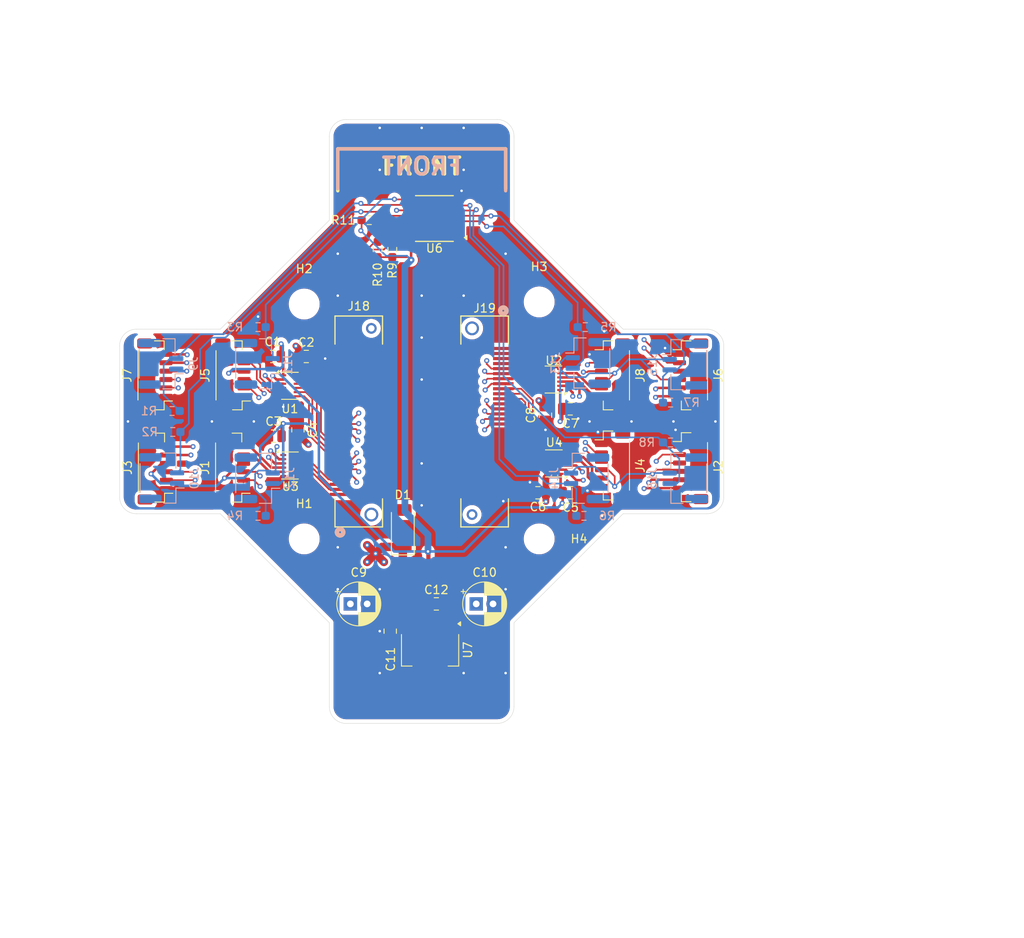
<source format=kicad_pcb>
(kicad_pcb (version 20240108) (generator "pcbnew") (generator_version "8.0")
  (layers (0 "F.Cu" signal) (1 "In1.Cu" signal) (2 "In2.Cu" signal) (31 "B.Cu" signal) (34 "B.Paste" user) (35 "F.Paste" user) (36 "B.SilkS" user "B.Silkscreen") (37 "F.SilkS" user "F.Silkscreen") (38 "B.Mask" user) (39 "F.Mask" user) (44 "Edge.Cuts" user))
  (net 0 "")
  (net 1 "GND")
  (net 2 "+3.3V")
  (net 3 "/MA_00")
  (net 4 "/EB_00")
  (net 5 "/MB_00")
  (net 6 "/EA_00")
  (net 7 "/EB_20")
  (net 8 "/MB_20")
  (net 9 "/MA_20")
  (net 10 "/EA_20")
  (net 11 "/MB_01")
  (net 12 "/EB_01")
  (net 13 "/MA_01")
  (net 14 "/EA_01")
  (net 15 "/EA_21")
  (net 16 "/MB_21")
  (net 17 "/EB_21")
  (net 18 "/MA_21")
  (net 19 "/EA_10")
  (net 20 "/EB_10")
  (net 21 "/MB_10")
  (net 22 "/MA_10")
  (net 23 "/MA_30")
  (net 24 "/EA_30")
  (net 25 "/MB_30")
  (net 26 "/EB_30")
  (net 27 "/EA_11")
  (net 28 "/EB_11")
  (net 29 "/MA_11")
  (net 30 "/MB_11")
  (net 31 "/EB_31")
  (net 32 "/MB_31")
  (net 33 "/MA_31")
  (net 34 "/EA_31")
  (net 35 "/SW_00")
  (net 36 "/SW_01")
  (net 37 "/SW_10")
  (net 38 "/SW_11")
  (net 39 "/SW_20")
  (net 40 "/SW_21")
  (net 41 "/SW_30")
  (net 42 "/SW_31")
  (net 43 "Net-(D1-A)")
  (net 44 "+12V")
  (net 45 "/SDA")
  (net 46 "/SCL")
  (net 47 "Net-(U6-NINT)")
  (net 48 "/INA_01")
  (net 49 "/INA_00")
  (net 50 "/INB_00")
  (net 51 "/INB_01")
  (net 52 "/INA_21")
  (net 53 "/INB_20")
  (net 54 "/INA_20")
  (net 55 "/INB_21")
  (net 56 "/INB_11")
  (net 57 "/INA_11")
  (net 58 "/INB_10")
  (net 59 "/INA_10")
  (net 60 "/INA_30")
  (net 61 "/INB_31")
  (net 62 "/INB_30")
  (net 63 "/INA_31")
  (footprint "MountingHole:MountingHole_3.2mm_M3" (layer "F.Cu") (at 72 102)
    (property "Reference" "H1")
    (property "Value" "MountingHole")
  )
  (footprint "Capacitor_THT:CP_Radial_D5.0mm_P2.00mm" (layer "F.Cu") (at 92.5 109.75)
    (property "Reference" "C10")
    (property "Value" "22 uF")
  )
  (footprint "Connector_JST:JST_SH_BM06B-SRSS-TB_1x06-1MP_P1.00mm_Vertical" (layer "F.Cu") (at 54.25 93.5 90)
    (property "Reference" "J3")
    (property "Value" "Conn_01x06")
  )
  (footprint "FX8C-60P-SV4:CONN_P-SV491" (layer "F.Cu") (at 93.5 88 -90)
    (property "Reference" "J19")
    (property "Value" "FX8C-60P-SV491")
  )
  (footprint "Capacitor_SMD:C_0805_2012Metric" (layer "F.Cu") (at 72.25 80.25)
    (property "Reference" "C2")
    (property "Value" "0.1uF")
  )
  (footprint "Capacitor_SMD:C_0805_2012Metric" (layer "F.Cu") (at 82.25 113 -90)
    (property "Reference" "C11")
    (property "Value" "100nF")
  )
  (footprint "Connector_JST:JST_SH_BM06B-SRSS-TB_1x06-1MP_P1.00mm_Vertical" (layer "F.Cu") (at 118.05 93.45 -90)
    (property "Reference" "J2")
    (property "Value" "Conn_01x06")
  )
  (footprint "Connector_JST:JST_SH_BM06B-SRSS-TB_1x06-1MP_P1.00mm_Vertical" (layer "F.Cu") (at 63.45 93.5 90)
    (property "Reference" "J1")
    (property "Value" "Conn_01x06")
  )
  (footprint "MountingHole:MountingHole_3.2mm_M3" (layer "F.Cu") (at 100 102)
    (property "Reference" "H4")
    (property "Value" "MountingHole")
  )
  (footprint "FX8C-60P-SV4:CONN_P-SV491" (layer "F.Cu") (at 78.5 88 90)
    (property "Reference" "J18")
    (property "Value" "FX8C-60P-SV491")
  )
  (footprint "Package_DFN_QFN:TDFN-12_2x3mm_P0.5mm" (layer "F.Cu") (at 101.7 83 180)
    (property "Reference" "U2")
    (property "Value" "~")
  )
  (footprint "Capacitor_SMD:C_0805_2012Metric" (layer "F.Cu") (at 103.7 86.5)
    (property "Reference" "C7")
    (property "Value" "0.1uF")
  )
  (footprint "Connector_JST:JST_SH_BM06B-SRSS-TB_1x06-1MP_P1.00mm_Vertical" (layer "F.Cu") (at 63.5 82.5 90)
    (property "Reference" "J5")
    (property "Value" "Conn_01x06")
  )
  (footprint "Package_TO_SOT_SMD:SOT-223-3_TabPin2" (layer "F.Cu") (at 87 115.25 -90)
    (property "Reference" "U7")
    (property "Value" "LD1117S33TR_SOT223")
  )
  (footprint "Package_DFN_QFN:TDFN-12_2x3mm_P0.5mm" (layer "F.Cu") (at 70.3 93.25)
    (property "Reference" "U3")
    (property "Value" "~")
  )
  (footprint "MountingHole:MountingHole_3.2mm_M3" (layer "F.Cu") (at 100 73.75)
    (property "Reference" "H3")
    (property "Value" "MountingHole")
  )
  (footprint "Connector_JST:JST_SH_BM06B-SRSS-TB_1x06-1MP_P1.00mm_Vertical" (layer "F.Cu") (at 108.75 82.5 -90)
    (property "Reference" "J8")
    (property "Value" "Conn_01x06")
  )
  (footprint "Resistor_SMD:R_0603_1608Metric_Pad0.98x0.95mm_HandSolder" (layer "F.Cu") (at 82.5 67.5 90)
    (property "Reference" "R9")
    (property "Value" "2.2k")
  )
  (footprint "Capacitor_SMD:C_0805_2012Metric" (layer "F.Cu") (at 87.75 109.75)
    (property "Reference" "C12")
    (property "Value" "10uF")
  )
  (footprint "Capacitor_SMD:C_0805_2012Metric" (layer "F.Cu") (at 103.75 96.5)
    (property "Reference" "C5")
    (property "Value" "0.1uF")
  )
  (footprint "Package_DFN_QFN:TDFN-12_2x3mm_P0.5mm" (layer "F.Cu") (at 101.75 93 180)
    (property "Reference" "U4")
    (property "Value" "~")
  )
  (footprint "Package_DFN_QFN:TDFN-12_2x3mm_P0.5mm" (layer "F.Cu") (at 70.3 83.75)
    (property "Reference" "U1")
    (property "Value" "~")
  )
  (footprint "Capacitor_SMD:C_0805_2012Metric" (layer "F.Cu") (at 100.75 87.25 -90)
    (property "Reference" "C8")
    (property "Value" "0.1uF")
  )
  (footprint "Diode_SMD:D_SOD-128" (layer "F.Cu") (at 83.75 100.75 90)
    (property "Reference" "D1")
    (property "Value" "D")
  )
  (footprint "Resistor_SMD:R_0603_1608Metric_Pad0.98x0.95mm_HandSolder" (layer "F.Cu") (at 80.75 67.5 90)
    (property "Reference" "R10")
    (property "Value" "2.2k")
  )
  (footprint "Package_SO:TSSOP-16-1EP_4.4x5mm_P0.65mm" (layer "F.Cu") (at 87.515 63.8025 180)
    (property "Reference" "U6")
    (property "Value" "~")
  )
  (footprint "Connector_JST:JST_SH_BM06B-SRSS-TB_1x06-1MP_P1.00mm_Vertical" (layer "F.Cu") (at 108.75 93.25 -90)
    (property "Reference" "J4")
    (property "Value" "Conn_01x06")
  )
  (footprint "MountingHole:MountingHole_3.2mm_M3" (layer "F.Cu") (at 72 74)
    (property "Reference" "H2")
    (property "Value" "MountingHole")
  )
  (footprint "Connector_JST:JST_SH_BM06B-SRSS-TB_1x06-1MP_P1.00mm_Vertical" (layer "F.Cu") (at 54.2 82.5 90)
    (property "Reference" "J7")
    (property "Value" "Conn_01x06")
  )
  (footprint "Capacitor_SMD:C_0805_2012Metric" (layer "F.Cu") (at 99.85 96.5 180)
    (property "Reference" "C6")
    (property "Value" "0.1uF")
  )
  (footprint "Capacitor_THT:CP_Radial_D5.0mm_P2.00mm" (layer "F.Cu") (at 77.5 109.75)
    (property "Reference" "C9")
    (property "Value" "22 uF")
  )
  (footprint "Capacitor_SMD:C_0805_2012Metric" (layer "F.Cu") (at 68.35 89.75 180)
    (property "Reference" "C3")
    (property "Value" "0.1uF")
  )
  (footprint "Connector_JST:JST_SH_BM06B-SRSS-TB_1x06-1MP_P1.00mm_Vertical" (layer "F.Cu") (at 118.05 82.5 -90)
    (property "Reference" "J6")
    (property "Value" "Conn_01x06")
  )
  (footprint "Resistor_SMD:R_0603_1608Metric_Pad0.98x0.95mm_HandSolder" (layer "F.Cu") (at 79.75 64)
    (property "Reference" "R11")
    (property "Value" "2.2k")
  )
  (footprint "Capacitor_SMD:C_0805_2012Metric" (layer "F.Cu") (at 68.25 80.25 180)
    (property "Reference" "C1")
    (property "Value" "0.1uF")
  )
  (footprint "Capacitor_SMD:C_0805_2012Metric" (layer "F.Cu") (at 71.25 89 90)
    (property "Reference" "C4")
    (property "Value" "0.1uF")
  )
  (footprint "Connector_JST:JST_GH_SM02B-GHS-TB_1x02-1MP_P1.25mm_Horizontal" (layer "B.Cu") (at 54.9 81.125 90)
    (property "Reference" "J9")
    (property "Value" "Conn_01x02")
  )
  (footprint "Connector_JST:JST_GH_SM02B-GHS-TB_1x02-1MP_P1.25mm_Horizontal" (layer "B.Cu") (at 66.4 81.125 90)
    (property "Reference" "J11")
    (property "Value" "Conn_01x02")
  )
  (footprint "Connector_JST:JST_GH_SM02B-GHS-TB_1x02-1MP_P1.25mm_Horizontal" (layer "B.Cu") (at 105.85 81.025 -90)
    (property "Reference" "J13")
    (property "Value" "Conn_01x02")
  )
  (footprint "Resistor_SMD:R_0603_1608Metric_Pad0.98x0.95mm_HandSolder" (layer "B.Cu") (at 66.5 76.75 180)
    (property "Reference" "R3")
    (property "Value" "10k")
  )
  (footprint "Connector_JST:JST_GH_SM02B-GHS-TB_1x02-1MP_P1.25mm_Horizontal" (layer "B.Cu") (at 55 94.75 90)
    (property "Reference" "J10")
    (property "Value" "Conn_01x02")
  )
  (footprint "Resistor_SMD:R_0603_1608Metric_Pad0.98x0.95mm_HandSolder" (layer "B.Cu") (at 105.3375 99.25)
    (property "Reference" "R6")
    (property "Value" "10k")
  )
  (footprint "Resistor_SMD:R_0603_1608Metric_Pad0.98x0.95mm_HandSolder" (layer "B.Cu") (at 56.3375 89.25 180)
    (property "Reference" "R2")
    (property "Value" "10k")
  )
  (footprint "Connector_JST:JST_GH_SM02B-GHS-TB_1x02-1MP_P1.25mm_Horizontal" (layer "B.Cu") (at 105.65 94.775 -90)
    (property "Reference" "J14")
    (property "Value" "Conn_01x02")
  )
  (footprint "Connector_JST:JST_GH_SM02B-GHS-TB_1x02-1MP_P1.25mm_Horizontal" (layer "B.Cu") (at 66.4 94.775 90)
    (property "Reference" "J12")
    (property "Value" "Conn_01x02")
  )
  (footprint "Resistor_SMD:R_0603_1608Metric_Pad0.98x0.95mm_HandSolder" (layer "B.Cu") (at 115.6625 90.5)
    (property "Reference" "R8")
    (property "Value" "10k")
  )
  (footprint "Connector_JST:JST_GH_SM02B-GHS-TB_1x02-1MP_P1.25mm_Horizontal" (layer "B.Cu") (at 117.4 94.775 -90)
    (property "Reference" "J16")
    (property "Value" "Conn_01x02")
  )
  (footprint "Resistor_SMD:R_0603_1608Metric_Pad0.98x0.95mm_HandSolder" (layer "B.Cu") (at 56.25 86.75 180)
    (property "Reference" "R1")
    (property "Value" "10k")
  )
  (footprint "Resistor_SMD:R_0603_1608Metric_Pad0.98x0.95mm_HandSolder" (layer "B.Cu") (at 115.6625 85.75)
    (property "Reference" "R7")
    (property "Value" "10k")
  )
  (footprint "Resistor_SMD:R_0603_1608Metric_Pad0.98x0.95mm_HandSolder" (layer "B.Cu") (at 105.5 76.75)
    (property "Reference" "R5")
    (property "Value" "10k")
  )
  (footprint "Resistor_SMD:R_0603_1608Metric_Pad0.98x0.95mm_HandSolder" (layer "B.Cu") (at 66.5 99.25 180)
    (property "Reference" "R4")
    (property "Value" "10k")
  )
  (footprint "Connector_JST:JST_GH_SM02B-GHS-TB_1x02-1MP_P1.25mm_Horizontal" (layer "B.Cu") (at 117.4 81.225 -90)
    (property "Reference" "J15")
    (property "Value" "Conn_01x02")
  )
  (gr_line (start 96 60.5) (end 96 55.5) (stroke (width 0.4)) (layer "B.SilkS"))
  (gr_line (start 76 55.5) (end 96 55.5) (stroke (width 0.4)) (layer "B.SilkS"))
  (gr_line (start 76 55.5) (end 76 60.25) (stroke (width 0.4)) (layer "B.SilkS"))
  (gr_line (start 76 60.5) (end 76 55.5) (stroke (width 0.4)) (layer "F.SilkS"))
  (gr_line (start 96 55.5) (end 96 60.25) (stroke (width 0.4)) (layer "F.SilkS"))
  (gr_line (start 96 55.5) (end 76 55.5) (stroke (width 0.4)) (layer "F.SilkS"))
  (gr_line (start 52 99) (end 62 99) (stroke (width 0.05)) (layer "Edge.Cuts"))
  (gr_arc (start 50 79) (mid 50.585786 77.585786) (end 52 77) (stroke (width 0.05)) (layer "Edge.Cuts"))
  (gr_line (start 97 54) (end 97 64) (stroke (width 0.05)) (layer "Edge.Cuts"))
  (gr_line (start 52 77) (end 62 77) (stroke (width 0.05)) (layer "Edge.Cuts"))
  (gr_line (start 62 99) (end 75 112) (stroke (width 0.05)) (layer "Edge.Cuts"))
  (gr_arc (start 97 122) (mid 96.414214 123.414214) (end 95 124) (stroke (width 0.05)) (layer "Edge.Cuts"))
  (gr_line (start 75 54) (end 75 64) (stroke (width 0.05)) (layer "Edge.Cuts"))
  (gr_line (start 122 79) (end 122 97) (stroke (width 0.05)) (layer "Edge.Cuts"))
  (gr_line (start 75 122) (end 75 112) (stroke (width 0.05)) (layer "Edge.Cuts"))
  (gr_arc (start 77 124) (mid 75.585786 123.414214) (end 75 122) (stroke (width 0.05)) (layer "Edge.Cuts"))
  (gr_arc (start 75 54) (mid 75.585786 52.585786) (end 77 52) (stroke (width 0.05)) (layer "Edge.Cuts"))
  (gr_line (start 75 64) (end 62 77) (stroke (width 0.05)) (layer "Edge.Cuts"))
  (gr_line (start 120 77) (end 110 77) (stroke (width 0.05)) (layer "Edge.Cuts"))
  (gr_arc (start 52 99) (mid 50.585786 98.414214) (end 50 97) (stroke (width 0.05)) (layer "Edge.Cuts"))
  (gr_line (start 77 124) (end 95 124) (stroke (width 0.05)) (layer "Edge.Cuts"))
  (gr_arc (start 122 97) (mid 121.414214 98.414214) (end 120 99) (stroke (width 0.05)) (layer "Edge.Cuts"))
  (gr_line (start 120 99) (end 110 99) (stroke (width 0.05)) (layer "Edge.Cuts"))
  (gr_line (start 50 79) (end 50 97) (stroke (width 0.05)) (layer "Edge.Cuts"))
  (gr_line (start 77 52) (end 95 52) (stroke (width 0.05)) (layer "Edge.Cuts"))
  (gr_arc (start 120 77) (mid 121.414214 77.585786) (end 122 79) (stroke (width 0.05)) (layer "Edge.Cuts"))
  (gr_line (start 97 122) (end 97 112) (stroke (width 0.05)) (layer "Edge.Cuts"))
  (gr_arc (start 95 52) (mid 96.414214 52.585786) (end 97 54) (stroke (width 0.05)) (layer "Edge.Cuts"))
  (gr_line (start 97 112) (end 110 99) (stroke (width 0.05)) (layer "Edge.Cuts"))
  (gr_line (start 110 77) (end 97 64) (stroke (width 0.05)) (layer "Edge.Cuts"))
  (gr_text "FRONT" (at 86 58.75 -0) (layer "B.SilkS") (effects (font (size 2 2) (thickness 0.4) (bold yes)) (justify bottom mirror)))
  (gr_text "FRONT" (at 86 58.75 0) (layer "F.SilkS") (effects (font (size 2 2) (thickness 0.4) (bold yes)) (justify bottom)))
  (segment (start 107.425 80) (end 106 80) (width 0.2) (layer "F.Cu") (net 1))
  (segment (start 105.75 96.25) (end 105.5 96.5) (width 0.2) (layer "F.Cu") (net 1))
  (segment (start 69.5 94.5) (end 69.5 94.75) (width 0.3) (layer "F.Cu") (net 1))
  (segment (start 115.75 80) (end 115 79.25) (width 0.2) (layer "F.Cu") (net 1))
  (segment (start 100.75 88.2) (end 100.75 89) (width 0.2) (layer "F.Cu") (net 1))
  (segment (start 69.806305 95.612933) (end 69.5 95.306628) (width 1) (layer "F.Cu") (net 1))
  (segment (start 102.15 80.15) (end 102.5 80.5) (width 1) (layer "F.Cu") (net 1))
  (segment (start 102.5 81.75) (end 102.5 81.5) (width 0.3) (layer "F.Cu") (net 1))
  (segment (start 69.5 85) (end 69.5 85.25) (width 0.3) (layer "F.Cu") (net 1))
  (segment (start 104.65 86.5) (end 104.65 87.65) (width 0.2) (layer "F.Cu") (net 1))
  (segment (start 105.5 96.5) (end 104.7 96.5) (width 0.2) (layer "F.Cu") (net 1))
  (segment (start 116.725 90.95) (end 116.25 90.475) (width 0.2) (layer "F.Cu") (net 1))
  (segment (start 95.724999 88.900002) (end 95.724999 96.700001) (width 0.2) (layer "F.Cu") (net 1))
  (segment (start 102.55 91.3) (end 102.5 91.25) (width 0.3) (layer "F.Cu") (net 1))
  (segment (start 69.5 86.25) (end 69.5 85.325) (width 1) (layer "F.Cu") (net 1))
  (segment (start 102 80.15) (end 102.15 80.15) (width 1) (layer "F.Cu") (net 1))
  (segment (start 107 90.325) (end 107 89.25) (width 0.2) (layer "F.Cu") (net 1))
  (segment (start 95.724999 97.5) (end 95.724999 96.700001) (width 0.2) (layer "F.Cu") (net 1))
  (segment (start 76.275001 87.099998) (end 76.275001 80.499999) (width 0.2) (layer "F.Cu") (net 1))
  (segment (start 116.725 80) (end 115.75 80) (width 0.2) (layer "F.Cu") (net 1))
  (segment (start 116.25 90.475) (end 116.25 89) (width 0.2) (layer "F.Cu") (net 1))
  (segment (start 74.500001 80.499999) (end 76.275001 80.499999) (width 0.2) (layer "F.Cu") (net 1))
  (segment (start 90.29 61.5275) (end 90.29 60.96) (width 0.2) (layer "F.Cu") (net 1))
  (segment (start 102.5 80.5) (end 102.5 81.4) (width 1) (layer "F.Cu") (net 1))
  (segment (start 107.425 90.75) (end 107 90.325) (width 0.2) (layer "F.Cu") (net 1))
  (segment (start 102.375 91.125) (end 102.55 91.3) (width 1) (layer "F.Cu") (net 1))
  (segment (start 102.375 90.65) (end 102.375 91.125) (width 1) (layer "F.Cu") (net 1))
  (segment (start 98.9 95.25) (end 98.9 96.5) (width 0.2) (layer "F.Cu") (net 1))
  (segment (start 69.5 95.306628) (end 69.5 94.85) (width 1) (layer "F.Cu") (net 1))
  (segment (start 102.55 91.75) (end 102.55 91.3) (width 0.3) (layer "F.Cu") (net 1))
  (segment (start 74.5 80.5) (end 74.500001 80.499999) (width 0.2) (layer "F.Cu") (net 1))
  (segment (start 90.29 60.96) (end 90.75 60.5) (width 0.2) (layer "F.Cu") (net 1))
  (via (at 51 88) (size 0.6) (drill 0.3) (layers "F.Cu" "B.Cu") (net 1))
  (via (at 86 53) (size 0.6) (drill 0.3) (layers "F.Cu" "B.Cu") (net 1))
  (via (at 91 118) (size 0.6) (drill 0.3) (layers "F.Cu" "B.Cu") (net 1))
  (via (at 69.5 86.25) (size 0.6) (drill 0.3) (layers "F.Cu" "B.Cu") (net 1))
  (via (at 107.75 77.25) (size 0.6) (drill 0.3) (layers "F.Cu" "B.Cu") (net 1))
  (via (at 116 88) (size 0.6) (drill 0.3) (layers "F.Cu" "B.Cu") (net 1))
  (via (at 95.724999 97.5) (size 0.6) (drill 0.3) (layers "F.Cu" "B.Cu") (net 1))
  (via (at 86 93) (size 0.6) (drill 0.3) (layers "F.Cu" "B.Cu") (net 1))
  (via (at 98.9 95.25) (size 0.6) (drill 0.3) (layers "F.Cu" "B.Cu") (net 1))
  (via (at 76 73) (size 0.6) (drill 0.3) (layers "F.Cu" "B.Cu") (net 1))
  (via (at 96 68) (size 0.6) (drill 0.3) (layers "F.Cu" "B.Cu") (net 1))
  (via (at 91 58) (size 0.6) (drill 0.3) (layers "F.Cu" "B.Cu") (net 1))
  (via (at 86 78) (size 0.6) (drill 0.3) (layers "F.Cu" "B.Cu") (net 1))
  (via (at 86 98) (size 0.6) (drill 0.3) (layers "F.Cu" "B.Cu") (net 1))
  (via (at 105.75 96.25) (size 0.6) (drill 0.3) (layers "F.Cu" "B.Cu") (net 1))
  (via (at 76 103) (size 0.6) (drill 0.3) (layers "F.Cu" "B.Cu") (net 1))
  (via (at 111 88) (size 0.6) (drill 0.3) (layers "F.Cu" "B.Cu") (net 1))
  (via (at 107 89.25) (size 0.6) (drill 0.3) (layers "F.Cu" "B.Cu") (net 1))
  (via (at 69.806305 95.612933) (size 0.6) (drill 0.3) (layers "F.Cu" "B.Cu") (net 1))
  (via (at 66.5 75.5) (size 0.6) (drill 0.3) (layers "F.Cu" "B.Cu") (net 1))
  (via (at 81 118) (size 0.6) (drill 0.3) (layers "F.Cu" "B.Cu") (net 1))
  (via (at 66 88) (size 0.6) (drill 0.3) (layers "F.Cu" "B.Cu") (net 1))
  (via (at 96 103) (size 0.6) (drill 0.3) (layers "F.Cu" "B.Cu") (net 1))
  (via (at 76 68) (size 0.6) (drill 0.3) (layers "F.Cu" "B.Cu") (net 1))
  (via (at 115 79.25) (size 0.6) (drill 0.3) (layers "F.Cu" "B.Cu") (net 1))
  (via (at 121 88) (size 0.6) (drill 0.3) (layers "F.Cu" "B.Cu") (net 1))
  (via (at 81 53) (size 0.6) (drill 0.3) (layers "F.Cu" "B.Cu") (net 1))
  (via (at 91 73) (size 0.6) (drill 0.3) (layers "F.Cu" "B.Cu") (net 1))
  (via (at 102.375 90.65) (size 0.6) (drill 0.3) (layers "F.Cu" "B.Cu") (net 1))
  (via (at 81 58) (size 0.6) (drill 0.3) (layers "F.Cu" "B.Cu") (net 1))
  (via (at 81 113) (size 0.6) (drill 0.3) (layers "F.Cu" "B.Cu") (net 1))
  (via (at 86 73) (size 0.6) (drill 0.3) (layers "F.Cu" "B.Cu") (net 1))
  (via (at 74.5 80.5) (size 0.6) (drill 0.3) (layers "F.Cu" "B.Cu") (net 1))
  (via (at 106 80) (size 0.6) (drill 0.3) (layers "F.Cu" "B.Cu") (net 1))
  (via (at 81 108) (size 0.6) (drill 0.3) (layers "F.Cu" "B.Cu") (net 1))
  (via (at 96 108) (size 0.6) (drill 0.3) (layers "F.Cu" "B.Cu") (net 1))
  (via (at 106 88) (size 0.6) (drill 0.3) (layers "F.Cu" "B.Cu") (net 1))
  (via (at 90.75 60.5) (size 0.6) (drill 0.3) (layers "F.Cu" "B.Cu") (net 1))
  (via (at 61 88) (size 0.6) (drill 0.3) (layers "F.Cu" "B.Cu") (net 1))
  (via (at 104.65 87.65) (size 0.6) (drill 0.3) (layers "F.Cu" "B.Cu") (net 1))
  (via (at 86 83) (size 0.6) (drill 0.3) (layers "F.Cu" "B.Cu") (net 1))
  (via (at 86 58) (size 0.6) (drill 0.3) (layers "F.Cu" "B.Cu") (net 1))
  (via (at 107.5 99.25) (size 0.6) (drill 0.3) (layers "F.Cu" "B.Cu") (net 1))
  (via (at 91 53) (size 0.6) (drill 0.3) (layers "F.Cu" "B.Cu") (net 1))
  (via (at 102 80.15) (size 0.6) (drill 0.3) (layers "F.Cu" "B.Cu") (net 1))
  (via (at 76 108) (size 0.6) (drill 0.3) (layers "F.Cu" "B.Cu") (net 1))
  (via (at 116.25 89) (size 0.6) (drill 0.3) (layers "F.Cu" "B.Cu") (net 1))
  (via (at 96 118) (size 0.6) (drill 0.3) (layers "F.Cu" "B.Cu") (net 1))
  (via (at 100.75 89) (size 0.6) (drill 0.3) (layers "F.Cu" "B.Cu") (net 1))
  (segment (start 65.5875 76.4125) (end 66.5 75.5) (width 0.2) (layer "B.Cu") (net 1))
  (segment (start 106.25 99.25) (end 107.5 99.25) (width 0.2) (layer "B.Cu") (net 1))
  (segment (start 107.25 76.75) (end 107.75 77.25) (width 0.2) (layer "B.Cu") (net 1))
  (segment (start 106.4125 76.75) (end 107.25 76.75) (width 0.2) (layer "B.Cu") (net 1))
  (segment (start 65.5875 76.75) (end 65.5875 76.4125) (width 0.2) (layer "B.Cu") (net 1))
  (segment (start 87 109.95) (end 86.8 109.75) (width 0.5) (layer "F.Cu") (net 2))
  (segment (start 63.25 82) (end 63 82.25) (width 0.3) (layer "F.Cu") (net 2))
  (segment (start 69.5 80.55) (end 69.2 80.25) (width 0.3) (layer "F.Cu") (net 2))
  (segment (start 113.5 94.25) (end 114 93.75) (width 0.2) (layer "F.Cu") (net 2))
  (segment (start 116.525 93.75) (end 116.725 93.95) (width 0.2) (layer "F.Cu") (net 2))
  (segment (start 86.75 103.5) (end 86.8 103.55) (width 0.5) (layer "F.Cu") (net 2))
  (segment (start 107.425 83) (end 108.25 83) (width 0.2) (layer "F.Cu") (net 2))
  (segment (start 84.4125 68.4125) (end 84.75 68.75) (width 0.2) (layer "F.Cu") (net 2))
  (segment (start 69.3 89.75) (end 69.3 88.45) (width 0.3) (layer "F.Cu") (net 2))
  (segment (start 87 118.4) (end 87 112.1) (width 0.5) (layer "F.Cu") (net 2))
  (segment (start 109 94.550001) (end 109 95.75) (width 0.2) (layer "F.Cu") (net 2))
  (segment (start 86.8 103.55) (end 86.8 109.75) (width 0.5) (layer "F.Cu") (net 2))
  (segment (start 102.8 96.5) (end 102.8 97.7) (width 0.3) (layer "F.Cu") (net 2))
  (segment (start 55 93) (end 53.75 94.25) (width 0.3) (layer "F.Cu") (net 2))
  (segment (start 69.5 82.5) (end 69.5 80.55) (width 0.3) (layer "F.Cu") (net 2))
  (segment (start 84.74 66.0775) (end 84.74 68.74) (width 0.3) (layer "F.Cu") (net 2))
  (segment (start 69.5 89.95) (end 69.3 89.75) (width 0.3) (layer "F.Cu") (net 2))
  (segment (start 102.75 87.75) (end 102.5 88) (width 0.3) (layer "F.Cu") (net 2))
  (segment (start 102.55 96.25) (end 102.8 96.5) (width 0.3) (layer "F.Cu") (net 2))
  (segment (start 102.8 97.7) (end 102.75 97.75) (width 0.3) (layer "F.Cu") (net 2))
  (segment (start 102.5 86.25) (end 102.75 86.5) (width 0.3) (layer "F.Cu") (net 2))
  (segment (start 114 93.75) (end 116.525 93.75) (width 0.2) (layer "F.Cu") (net 2))
  (segment (start 87 112.1) (end 87 109.95) (width 0.5) (layer "F.Cu") (net 2))
  (segment (start 69.5 92) (end 69.5 89.95) (width 0.3) (layer "F.Cu") (net 2))
  (segment (start 64.775 93) (end 64.288738 93) (width 0.3) (layer "F.Cu") (net 2))
  (segment (start 69.5 88.25) (end 69.3 88.45) (width 0.3) (layer "F.Cu") (net 2))
  (segment (start 62.5 94.75) (end 62.538738 94.75) (width 0.3) (layer "F.Cu") (net 2))
  (segment (start 108.25 83) (end 109 82.25) (width 0.2) (layer "F.Cu") (net 2))
  (segment (start 102.55 94.25) (end 102.55 96.25) (width 0.3) (layer "F.Cu") (net 2))
  (segment (start 58 82) (end 55.525 82) (width 0.3) (layer "F.Cu") (net 2))
  (segment (start 102.75 86.5) (end 102.75 87.75) (width 0.3) (layer "F.Cu") (net 2))
  (segment (start 82.5 68.4125) (end 84.4125 68.4125) (width 0.2) (layer "F.Cu") (net 2))
  (segment (start 116.725 83) (end 114.5 83) (width 0.2) (layer "F.Cu") (net 2))
  (segment (start 114.5 83) (end 113.75 82.25) (width 0.2) (layer "F.Cu") (net 2))
  (segment (start 80.75 68.4125) (end 82.5 68.4125) (width 0.2) (layer "F.Cu") (net 2))
  (segment (start 55.575 93) (end 55 93) (width 0.3) (layer "F.Cu") (net 2))
  (segment (start 64.288738 93) (end 62.538738 94.75) (width 0.3) (layer "F.Cu") (net 2))
  (segment (start 107.425 93.75) (end 108.199999 93.75) (width 0.2) (layer "F.Cu") (net 2))
  (segment (start 64.825 82) (end 63.25 82) (width 0.3) (layer "F.Cu") (net 2))
  (segment (start 69.2 80.25) (end 69.2 78.8) (width 0.3) (layer "F.Cu") (net 2))
  (segment (start 69.2 78.8) (end 69.25 78.75) (width 0.3) (layer "F.Cu") (net 2))
  (segment (start 78.8375 65.1625) (end 78.75 65.25) (width 0.2) (layer "F.Cu") (net 2))
  (segment (start 108.199999 93.75) (end 109 94.550001) (width 0.2) (layer "F.Cu") (net 2))
  (segment (start 78.8375 64) (end 78.8375 65.1625) (width 0.2) (layer "F.Cu") (net 2))
  (segment (start 84.74 68.74) (end 84.75 68.75) (width 0.3) (layer "F.Cu") (net 2))
  (segment (start 102.5 84.25) (end 102.5 86.25) (width 0.3) (layer "F.Cu") (net 2))
  (via (at 109 95.75) (size 0.6) (drill 0.3) (layers "F.Cu" "B.Cu") (net 2))
  (via (at 102.75 97.75) (size 0.6) (drill 0.3) (layers "F.Cu" "B.Cu") (net 2))
  (via (at 63 82.25) (size 0.6) (drill 0.3) (layers "F.Cu" "B.Cu") (net 2))
  (via (at 86.75 103.5) (size 0.6) (drill 0.3) (layers "F.Cu" "B.Cu") (net 2))
  (via (at 109 82.25) (size 0.6) (drill 0.3) (layers "F.Cu" "B.Cu") (net 2))
  (via (at 113.5 94.25) (size 0.6) (drill 0.3) (layers "F.Cu" "B.Cu") (net 2))
  (via (at 53.75 94.25) (size 0.6) (drill 0.3) (layers "F.Cu" "B.Cu") (net 2))
  (via (at 102.5 88) (size 0.6) (drill 0.3) (layers "F.Cu" "B.Cu") (net 2))
  (via (at 69.5 88.25) (size 0.6) (drill 0.3) (layers "F.Cu" "B.Cu") (net 2))
  (via (at 69.25 78.75) (size 0.6) (drill 0.3) (layers "F.Cu" "B.Cu") (net 2))
  (via (at 113.75 82.25) (size 0.6) (drill 0.3) (layers "F.Cu" "B.Cu") (net 2))
  (via (at 62.5 94.75) (size 0.6) (drill 0.3) (layers "F.Cu" "B.Cu") (net 2))
  (via (at 84.75 68.75) (size 0.6) (drill 0.3) (layers "F.Cu" "B.Cu") (net 2))
  (via (at 58 82) (size 0.6) (drill 0.3) (layers "F.Cu" "B.Cu") (net 2))
  (via (at 78.75 65.25) (size 0.6) (drill 0.3) (layers "F.Cu" "B.Cu") (net 2))
  (segment (start 102.5 81.75) (end 102.5 88) (width 0.2) (layer "B.Cu") (net 2))
  (segment (start 91 103.5) (end 96.25 98.25) (width 0.3) (layer "B.Cu") (net 2))
  (segment (start 96.25 98.25) (end 102.25 98.25) (width 0.3) (layer "B.Cu") (net 2))
  (segment (start 106.657224 93.407224) (end 109 95.75) (width 0.2) (layer "B.Cu") (net 2))
  (segment (start 63.5 81.75) (end 68.25 81.75) (width 0.3) (layer "B.Cu") (net 2))
  (segment (start 72.25 88.25) (end 73.75 89.75) (width 0.3) (layer "B.Cu") (net 2))
  (segment (start 86.75 103.5) (end 91 103.5) (width 0.3) (layer "B.Cu") (net 2))
  (segment (start 113.5 94.25) (end 113.6 94.15) (width 0.2) (layer "B.Cu") (net 2))
  (segment (start 68.5 81.75) (end 73.75 87) (width 0.3) (layer "B.Cu") (net 2))
  (segment (start 102.5 81.75) (end 103.463531 82.713531) (width 0.2) (layer "B.Cu") (net 2))
  (segment (start 105.983442 82.25) (end 109 82.25) (width 0.2) (layer "B.Cu") (net 2))
  (segment (start 113.5 94.25) (end 110.5 94.25) (width 0.2) (layer "B.Cu") (net 2))
  (segment (start 84 69.5) (end 84.75 68.75) (width 0.8) (layer "B.Cu") (net 2))
  (segment (start 68.25 95.4) (end 69.099999 95.4) (width 0.3) (layer "B.Cu") (net 2))
  (segment (start 113.75 82.25) (end 112.1 80.6) (width 0.2) (layer "B.Cu") (net 2))
  (segment (start 102.25 98.25) (end 102.75 97.75) (width 0.3) (layer "B.Cu") (net 2))
  (segment (start 86.75 103.5) (end 86.75 101.5) (width 0.8) (layer "B.Cu") (net 2))
  (segment (start 58 82) (end 57 82) (width 0.3) (layer "B.Cu") (net 2))
  (segment (start 54.875 95.375) (end 53.75 94.25) (width 0.3) (layer "B.Cu") (net 2))
  (segment (start 69.099999 95.4) (end 69.5 94.999999) (width 0.3) (layer "B.Cu") (net 2))
  (segment (start 69.099999 81.75) (end 69.45 81.399999) (width 0.3) (layer "B.Cu") (net 2))
  (segment (start 61.575001 95.674999) (end 57.149999 95.674999) (width 0.3) (layer "B.Cu") (net 2))
  (segment (start 112.1 80.6) (end 110.65 80.6) (width 0.2) (layer "B.Cu") (net 2))
  (segment (start 86.75 103.5) (end 82.737707 103.5) (width 0.3) (layer "B.Cu") (net 2))
  (segment (start 69.45 81.399999) (end 69.45 78.95) (width 0.3) (layer "B.Cu") (net 2))
  (segment (start 110.65 80.6) (end 109 82.25) (width 0.2) (layer "B.Cu") (net 2))
  (segment (start 103.8 94.15) (end 104.542776 93.407224) (width 0.2) (layer "B.Cu") (net 2))
  (segment (start 69.45 78.95) (end 69.25 78.75) (width 0.3) (layer "B.Cu") (net 2))
  (segment (start 66.75 91) (end 66.75 92.805456) (width 0.3) (layer "B.Cu") (net 2))
  (segment (start 68.25 81.75) (end 68.5 81.75) (width 0.3) (layer "B.Cu") (net 2))
  (segment (start 103.1 80.4) (end 102.5 81) (width 0.2) (layer "B.Cu") (net 2))
  (segment (start 115.55 80.6) (end 110.65 80.6) (width 0.2) (layer "B.Cu") (net 2))
  (segment (start 56.85 95.375) (end 54.875 95.375) (width 0.3) (layer "B.Cu") (net 2))
  (segment (start 63 82.25) (end 63.5 81.75) (width 0.3) (layer "B.Cu") (net 2))
  (segment (start 104 80.4) (end 103.1 80.4) (width 0.2) (layer "B.Cu") (net 2))
  (segment (start 110.5 94.25) (end 109 95.75) (width 0.2) (layer "B.Cu") (net 2))
  (segment (start 81.75 68.25) (end 78.75 65.25) (width 0.2) (layer "B.Cu") (net 2))
  (segment (start 68.25 81.75) (end 69.099999 81.75) (width 0.3) (layer "B.Cu") (net 2))
  (segment (start 73.75 87) (end 73.75 89.75) (width 0.3) (layer "B.Cu") (net 2))
  (segment (start 69.5 88.25) (end 66.75 91) (width 0.3) (layer "B.Cu") (net 2))
  (segment (start 103.463531 82.713531) (end 105.519911 82.713531) (width 0.2) (layer "B.Cu") (net 2))
  (segment (start 84.75 68.75) (end 84.25 68.25) (width 0.2) (layer "B.Cu") (net 2))
  (segment (start 84 98.75) (end 84 69.5) (width 0.8) (layer "B.Cu") (net 2))
  (segment (start 84.25 68.25) (end 81.75 68.25) (width 0.2) (layer "B.Cu") (net 2))
  (segment (start 86.75 101.5) (end 84 98.75) (width 0.8) (layer "B.Cu") (net 2))
  (segment (start 73.75 94.512293) (end 73.75 89.75) (width 0.3) (layer "B.Cu") (net 2))
  (segment (start 66.75 92.805456) (end 64.805456 94.75) (width 0.3) (layer "B.Cu") (net 2))
  (segment (start 69.5 94.999999) (end 69.5 88.25) (width 0.3) (layer "B.Cu") (net 2))
  (segment (start 104.542776 93.407224) (end 106.657224 93.407224) (width 0.2) (layer "B.Cu") (net 2))
  (segment (start 64.805456 94.75) (end 62.5 94.75) (width 0.3) (layer "B.Cu") (net 2))
  (segment (start 105.519911 82.713531) (end 105.983442 82.25) (width 0.2) (layer "B.Cu") (net 2))
  (segment (start 69.5 88.25) (end 72.25 88.25) (width 0.3) (layer "B.Cu") (net 2))
  (segment (start 102.5 81) (end 102.5 81.75) (width 0.2) (layer "B.Cu") (net 2))
  (segment (start 113.6 94.15) (end 115.55 94.15) (width 0.2) (layer "B.Cu") (net 2))
  (segment (start 82.737707 103.5) (end 73.75 94.512293) (width 0.3) (layer "B.Cu") (net 2))
  (segment (start 57.149999 95.674999) (end 56.85 95.375) (width 0.3) (layer "B.Cu") (net 2))
  (segment (start 62.5 94.75) (end 61.575001 95.674999) (width 0.3) (layer "B.Cu") (net 2))
  (segment (start 57 82) (end 56.75 81.75) (width 0.3) (layer "B.Cu") (net 2))
  (segment (start 69.5 83.5) (end 68.280761 83.5) (width 0.3) (layer "F.Cu") (net 3))
  (segment (start 68.280761 83.5) (end 67.349999 82.569238) (width 0.3) (layer "F.Cu") (net 3))
  (segment (start 58 81) (end 55.525 81) (width 0.3) (layer "F.Cu") (net 3))
  (segment (start 67.349999 82.569238) (end 67.349999 82.520865) (width 0.3) (layer "F.Cu") (net 3))
  (via (at 58 81) (size 0.6) (drill 0.3) (layers "F.Cu" "B.Cu") (net 3))
  (via (at 67.349999 82.520865) (size 0.6) (drill 0.3) (layers "F.Cu" "B.Cu") (net 3))
  (segment (start 78.5 87) (end 77.8 87.7) (width 0.2) (layer "F.Cu") (net 4))
  (segment (start 55.525 83) (end 57 83) (width 0.2) (layer "F.Cu") (net 4))
  (segment (start 77.8 87.7) (end 76.275001 87.7) (width 0.2) (layer "F.Cu") (net 4))
  (via (at 57 83) (size 0.6) (drill 0.3) (layers "F.Cu" "B.Cu") (net 4))
  (via (at 78.5 87) (size 0.6) (drill 0.3) (layers "F.Cu" "B.Cu") (net 4))
  (segment (start 69.5 83) (end 68.7 83) (width 0.3) (layer "F.Cu") (net 5))
  (segment (start 58 80) (end 55.525 80) (width 0.3) (layer "F.Cu") (net 5))
  (segment (start 68.7 83) (end 68.25 82.55) (width 0.3) (layer "F.Cu") (net 5))
  (segment (start 58.049265 80.049265) (end 58 80) (width 0.3) (layer "F.Cu") (net 5))
  (via (at 68.25 82.55) (size 0.6) (drill 0.3) (layers "F.Cu" "B.Cu") (net 5))
  (via (at 58.049265 80.049265) (size 0.6) (drill 0.3) (layers "F.Cu" "B.Cu") (net 5))
  (segment (start 55.525 84) (end 57 84) (width 0.2) (layer "F.Cu") (net 6))
  (segment (start 78.5 88.25) (end 78.450001 88.299999) (width 0.2) (layer "F.Cu") (net 6))
  (segment (start 76.275001 88.299999) (end 78.450001 88.299999) (width 0.2) (layer "F.Cu") (net 6))
  (via (at 57 84) (size 0.6) (drill 0.3) (layers "F.Cu" "B.Cu") (net 6))
  (via (at 78.5 88.25) (size 0.6) (drill 0.3) (layers "F.Cu" "B.Cu") (net 6))
  (segment (start 94.305799 81.700001) (end 93.75 81.144202) (width 0.2) (layer "F.Cu") (net 7))
  (segment (start 93.75 81.144202) (end 93.75 80.75) (width 0.2) (layer "F.Cu") (net 7))
  (segment (start 95.724999 81.700001) (end 94.305799 81.700001) (width 0.2) (layer "F.Cu") (net 7))
  (segment (start 115.25 81) (end 112.5 78.25) (width 0.2) (layer "F.Cu") (net 7))
  (segment (start 116.725 81) (end 115.25 81) (width 0.2) (layer "F.Cu") (net 7))
  (via (at 93.75 80.75) (size 0.6) (drill 0.3) (layers "F.Cu" "B.Cu") (net 7))
  (via (at 112.5 78.25) (size 0.6) (drill 0.3) (layers "F.Cu" "B.Cu") (net 7))
  (segment (start 113.996439 85) (end 113.872932 85.123507) (width 0.3) (layer "F.Cu") (net 8))
  (segment (start 104 84.575) (end 104 85) (width 0.3) (layer "F.Cu") (net 8))
  (segment (start 102.5 83.75) (end 103.175 83.75) (width 0.3) (layer "F.Cu") (net 8))
  (segment (start 103.175 83.75) (end 104 84.575) (width 0.3) (layer "F.Cu") (net 8))
  (segment (start 116.725 85) (end 113.996439 85) (width 0.3) (layer "F.Cu") (net 8))
  (via (at 104 85) (size 0.6) (drill 0.3) (layers "F.Cu" "B.Cu") (net 8))
  (via (at 113.872932 85.123507) (size 0.6) (drill 0.3) (layers "F.Cu" "B.Cu") (net 8))
  (segment (start 104.800003 84.050003) (end 104.800003 85) (width 0.3) (layer "F.Cu") (net 9))
  (segment (start 102.5 83.25) (end 104 83.25) (width 0.3) (layer "F.Cu") (net 9))
  (segment (start 116.725 84) (end 114 84) (width 0.3) (layer "F.Cu") (net 9))
  (segment (start 114 84) (end 113.875 84.125) (width 0.3) (layer "F.Cu") (net 9))
  (segment (start 104 83.25) (end 104.800003 84.050003) (width 0.3) (layer "F.Cu") (net 9))
  (via (at 113.875 84.125) (size 0.6) (drill 0.3) (layers "F.Cu" "B.Cu") (net 9))
  (via (at 104.800003 85) (size 0.6) (drill 0.3) (layers "F.Cu" "B.Cu") (net 9))
  (segment (start 95.724999 82.3) (end 93.8 82.3) (width 0.2) (layer "F.Cu") (net 10))
  (segment (start 115.25 82) (end 112.5 79.25) (width 0.2) (layer "F.Cu") (net 10))
  (segment (start 116.725 82) (end 115.25 82) (width 0.2) (layer "F.Cu") (net 10))
  (segment (start 93.8 82.3) (end 93.5 82) (width 0.2) (layer "F.Cu") (net 10))
  (via (at 93.5 82) (size 0.6) (drill 0.3) (layers "F.Cu" "B.Cu") (net 10))
  (via (at 112.5 79.25) (size 0.6) (drill 0.3) (layers "F.Cu" "B.Cu") (net 10))
  (segment (start 66.75 81.25) (end 65.5 80) (width 0.2) (layer "F.Cu") (net 11))
  (segment (start 65.5 80) (end 64.825 80) (width 0.2) (layer "F.Cu") (net 11))
  (segment (start 66.75 82.769395) (end 66.75 81.25) (width 0.2) (layer "F.Cu") (net 11))
  (segment (start 69.5 84) (end 67.980605 84) (width 0.2) (layer "F.Cu") (net 11))
  (segment (start 67.980605 84) (end 66.75 82.769395) (width 0.2) (layer "F.Cu") (net 11))
  (segment (start 78.15 88.9) (end 78.5 89.25) (width 0.2) (layer "F.Cu") (net 12))
  (segment (start 65.566389 83) (end 64.825 83) (width 0.2) (layer "F.Cu") (net 12))
  (segment (start 76.275001 88.9) (end 78.15 88.9) (width 0.2) (layer "F.Cu") (net 12))
  (segment (start 67.233003 84.666614) (end 65.566389 83) (width 0.2) (layer "F.Cu") (net 12))
  (via (at 78.5 89.25) (size 0.6) (drill 0.3) (layers "F.Cu" "B.Cu") (net 12))
  (via (at 67.233003 84.666614) (size 0.6) (drill 0.3) (layers "F.Cu" "B.Cu") (net 12))
  (segment (start 67.914919 84.5) (end 69.5 84.5) (width 0.2) (layer "F.Cu") (net 13))
  (segment (start 65.599999 81) (end 66.35 81.750001) (width 0.2) (layer "F.Cu") (net 13))
  (segment (start 66.35 81.750001) (end 66.35 82.935081) (width 0.2) (layer "F.Cu") (net 13))
  (segment (start 64.825 81) (end 65.599999 81) (width 0.2) (layer "F.Cu") (net 13))
  (segment (start 66.35 82.935081) (end 67.914919 84.5) (width 0.2) (layer "F.Cu") (net 13))
  (segment (start 65.5 84) (end 64.825 84) (width 0.2) (layer "F.Cu") (net 14))
  (segment (start 77.624999 89.499999) (end 76.275001 89.499999) (width 0.2) (layer "F.Cu") (net 14))
  (segment (start 78.375 90.25) (end 77.624999 89.499999) (width 0.2) (layer "F.Cu") (net 14))
  (segment (start 66.594205 85.148217) (end 66.594205 85.094205) (width 0.2) (layer "F.Cu") (net 14))
  (segment (start 66.594205 85.094205) (end 65.5 84) (width 0.2) (layer "F.Cu") (net 14))
  (via (at 78.375 90.25) (size 0.6) (drill 0.3) (layers "F.Cu" "B.Cu") (net 14))
  (via (at 66.594205 85.148217) (size 0.6) (drill 0.3) (layers "F.Cu" "B.Cu") (net 14))
  (segment (start 105.848529 82) (end 107.425 82) (width 0.2) (layer "F.Cu") (net 15))
  (segment (start 105.271382 82.113531) (end 105.734998 82.113531) (width 0.2) (layer "F.Cu") (net 15))
  (segment (start 105.734998 82.113531) (end 105.848529 82) (width 0.2) (layer "F.Cu") (net 15))
  (segment (start 93.5653 84.25) (end 94.3153 83.5) (width 0.2) (layer "F.Cu") (net 15))
  (segment (start 94.3153 83.5) (end 95.724999 83.5) (width 0.2) (layer "F.Cu") (net 15))
  (via (at 93.5653 84.25) (size 0.6) (drill 0.3) (layers "F.Cu" "B.Cu") (net 15))
  (via (at 105.271382 82.113531) (size 0.6) (drill 0.3) (layers "F.Cu" "B.Cu") (net 15))
  (segment (start 106.5 85) (end 107.425 85) (width 0.3) (layer "F.Cu") (net 16))
  (segment (start 102.5 82.75) (end 104.25 82.75) (width 0.3) (layer "F.Cu") (net 16))
  (segment (start 104.25 82.75) (end 106.5 85) (width 0.3) (layer "F.Cu") (net 16))
  (segment (start 93.5 83.25) (end 93.849999 82.900001) (width 0.2) (layer "F.Cu") (net 17))
  (segment (start 93.849999 82.900001) (end 95.724999 82.900001) (width 0.2) (layer "F.Cu") (net 17))
  (segment (start 106 81) (end 107.425 81) (width 0.2) (layer "F.Cu") (net 17))
  (segment (start 105.75 81.25) (end 106 81) (width 0.2) (layer "F.Cu") (net 17))
  (via (at 105.75 81.25) (size 0.6) (drill 0.3) (layers "F.Cu" "B.Cu") (net 17))
  (via (at 93.5 83.25) (size 0.6) (drill 0.3) (layers "F.Cu" "B.Cu") (net 17))
  (segment (start 102.5 82.25) (end 104.488612 82.25) (width 0.3) (layer "F.Cu") (net 18))
  (segment (start 104.488612 82.25) (end 106.238612 84) (width 0.3) (layer "F.Cu") (net 18))
  (segment (start 106.238612 84) (end 107.425 84) (width 0.3) (layer "F.Cu") (net 18))
  (segment (start 76.275001 93.099999) (end 78.150001 93.099999) (width 0.2) (layer "F.Cu") (net 19))
  (segment (start 78.150001 93.099999) (end 78.5 92.75) (width 0.2) (layer "F.Cu") (net 19))
  (segment (start 55.575 95) (end 59 95) (width 0.2) (layer "F.Cu") (net 19))
  (via (at 78.5 92.75) (size 0.6) (drill 0.3) (layers "F.Cu" "B.Cu") (net 19))
  (via (at 59 95) (size 0.6) (drill 0.3) (layers "F.Cu" "B.Cu") (net 19))
  (segment (start 76.275001 92.5) (end 77.694201 92.5) (width 0.2) (layer "F.Cu") (net 20))
  (segment (start 77.694201 92.5) (end 78.25 91.944201) (width 0.2) (layer "F.Cu") (net 20))
  (segment (start 55.575 94) (end 59 94) (width 0.2) (layer "F.Cu") (net 20))
  (segment (start 78.25 91.944201) (end 78.25 91.75) (width 0.2) (layer "F.Cu") (net 20))
  (via (at 59 94) (size 0.6) (drill 0.3) (layers "F.Cu" "B.Cu") (net 20))
  (via (at 78.25 91.75) (size 0.6) (drill 0.3) (layers "F.Cu" "B.Cu") (net 20))
  (segment (start 58.75 91) (end 55.575 91) (width 0.3) (layer "F.Cu") (net 21))
  (segment (start 69.5 92.5) (end 69 92.5) (width 0.3) (layer "F.Cu") (net 21))
  (segment (start 69 92.5) (end 68 91.5) (width 0.3) (layer "F.Cu") (net 21))
  (via (at 58.75 91) (size 0.6) (drill 0.3) (layers "F.Cu" "B.Cu") (net 21))
  (via (at 68 91.5) (size 0.6) (drill 0.3) (layers "F.Cu" "B.Cu") (net 21))
  (segment (start 58.5 92) (end 55.575 92) (width 0.3) (layer "F.Cu") (net 22))
  (segment (start 68.488068 93) (end 67.747017 92.258949) (width 0.3) (layer "F.Cu") (net 22))
  (segment (start 69.5 93) (end 68.488068 93) (width 0.3) (layer "F.Cu") (net 22))
  (via (at 58.5 92) (size 0.6) (drill 0.3) (layers "F.Cu" "B.Cu") (net 22))
  (via (at 67.747017 92.258949) (size 0.6) (drill 0.3) (layers "F.Cu" "B.Cu") (net 22))
  (segment (start 113.049265 95.299265) (end 113.39853 94.95) (width 0.3) (layer "F.Cu") (net 23))
  (segment (start 113.39853 94.95) (end 116.725 94.95) (width 0.3) (layer "F.Cu") (net 23))
  (segment (start 105.149999 94.007224) (end 104.392775 93.25) (width 0.3) (layer "F.Cu") (net 23))
  (segment (start 104.392775 93.25) (end 102.55 93.25) (width 0.3) (layer "F.Cu") (net 23))
  (via (at 113.049265 95.299265) (size 0.6) (drill 0.3) (layers "F.Cu" "B.Cu") (net 23))
  (via (at 105.149999 94.007224) (size 0.6) (drill 0.3) (layers "F.Cu" "B.Cu") (net 23))
  (segment (start 115.25 92.95) (end 116.725 92.95) (width 0.2) (layer "F.Cu") (net 24))
  (segment (start 93.85 87.1) (end 93.5 86.75) (width 0.2) (layer "F.Cu") (net 24))
  (segment (start 95.724999 87.1) (end 93.85 87.1) (width 0.2) (layer "F.Cu") (net 24))
  (via (at 93.5 86.75) (size 0.6) (drill 0.3) (layers "F.Cu" "B.Cu") (net 24))
  (via (at 115.25 92.95) (size 0.6) (drill 0.3) (layers "F.Cu" "B.Cu") (net 24))
  (segment (start 104.411699 95) (end 103.161699 93.75) (width 0.3) (layer "F.Cu") (net 25))
  (segment (start 103.161699 93.75) (end 102.55 93.75) (width 0.3) (layer "F.Cu") (net 25))
  (segment (start 105.25 95) (end 104.411699 95) (width 0.3) (layer "F.Cu") (net 25))
  (segment (start 112.55 95.95) (end 116.725 95.95) (width 0.3) (layer "F.Cu") (net 25))
  (segment (start 112.5 96) (end 112.55 95.95) (width 0.3) (layer "F.Cu") (net 25))
  (via (at 105.25 95) (size 0.6) (drill 0.3) (layers "F.Cu" "B.Cu") (net 25))
  (via (at 112.5 96) (size 0.6) (drill 0.3) (layers "F.Cu" "B.Cu") (net 25))
  (segment (start 114.701471 91.95) (end 116.725 91.95) (width 0.2) (layer "F.Cu") (net 26))
  (segment (start 114.15 92.501471) (end 114.701471 91.95) (width 0.2) (layer "F.Cu") (net 26))
  (segment (start 94.305799 86.500001) (end 93.75 85.944202) (width 0.2) (layer "F.Cu") (net 26))
  (segment (start 95.724999 86.500001) (end 94.305799 86.500001) (width 0.2) (layer "F.Cu") (net 26))
  (segment (start 114.15 92.549997) (end 114.15 92.501471) (width 0.2) (layer "F.Cu") (net 26))
  (segment (start 93.75 85.944202) (end 93.75 85.5) (width 0.2) (layer "F.Cu") (net 26))
  (segment (start 113.949997 92.75) (end 114.15 92.549997) (width 0.2) (layer "F.Cu") (net 26))
  (via (at 113.949997 92.75) (size 0.6) (drill 0.3) (layers "F.Cu" "B.Cu") (net 26))
  (via (at 93.75 85.5) (size 0.6) (drill 0.3) (layers "F.Cu" "B.Cu") (net 26))
  (segment (start 64.775 95) (end 66 95) (width 0.2) (layer "F.Cu") (net 27))
  (segment (start 77.549999 94.299999) (end 78.25 95) (width 0.2) (layer "F.Cu") (net 27))
  (segment (start 78.25 95) (end 78.25 95.25) (width 0.2) (layer "F.Cu") (net 27))
  (segment (start 64.775 95) (end 64.775 95.225) (width 0.2) (layer "F.Cu") (net 27))
  (segment (start 66 95) (end 66.75 95.75) (width 0.2) (layer "F.Cu") (net 27))
  (segment (start 64.775 95.225) (end 64.75 95.25) (width 0.2) (layer "F.Cu") (net 27))
  (segment (start 76.275001 94.299999) (end 77.549999 94.299999) (width 0.2) (layer "F.Cu") (net 27))
  (via (at 66.75 95.75) (size 0.6) (drill 0.3) (layers "F.Cu" "B.Cu") (net 27))
  (via (at 78.25 95.25) (size 0.6) (drill 0.3) (layers "F.Cu" "B.Cu") (net 27))
  (segment (start 76.275001 93.7) (end 78.2 93.7) (width 0.2) (layer "F.Cu") (net 28))
  (segment (start 78.2 93.7) (end 78.5 94) (width 0.2) (layer "F.Cu") (net 28))
  (segment (start 64.775 94) (end 66.25 94) (width 0.2) (layer "F.Cu") (net 28))
  (segment (start 66.25 94) (end 66.75 94.5) (width 0.2) (layer "F.Cu") (net 28))
  (via (at 78.5 94) (size 0.6) (drill 0.3) (layers "F.Cu" "B.Cu") (net 28))
  (via (at 66.75 94.5) (size 0.6) (drill 0.3) (layers "F.Cu" "B.Cu") (net 28))
  (segment (start 67.861723 94) (end 69.5 94) (width 0.3) (layer "F.Cu") (net 29))
  (segment (start 65.861723 92) (end 67.861723 94) (width 0.3) (layer "F.Cu") (net 29))
  (segment (start 64.775 92) (end 65.861723 92) (width 0.3) (layer "F.Cu") (net 29))
  (segment (start 65.568829 91) (end 64.775 91) (width 0.3) (layer "F.Cu") (net 30))
  (segment (start 69.5 93.5) (end 68.068829 93.5) (width 0.3) (layer "F.Cu") (net 30))
  (segment (start 68.068829 93.5) (end 65.568829 91) (width 0.3) (layer "F.Cu") (net 30))
  (segment (start 93.549999 87.700001) (end 93.25 88) (width 0.2) (layer "F.Cu") (net 31))
  (segment (start 106.75 91.75) (end 107.425 91.75) (width 0.2) (layer "F.Cu") (net 31))
  (segment (start 95.724999 87.700001) (end 93.549999 87.700001) (width 0.2) (layer "F.Cu") (net 31))
  (segment (start 105.5 90.5) (end 106.75 91.75) (width 0.2) (layer "F.Cu") (net 31))
  (via (at 105.5 90.5) (size 0.6) (drill 0.3) (layers "F.Cu" "B.Cu") (net 31))
  (via (at 93.25 88) (size 0.6) (drill 0.3) (layers "F.Cu" "B.Cu") (net 31))
  (segment (start 102.55 92.75) (end 105 92.75) (width 0.3) (layer "F.Cu") (net 32))
  (segment (start 105.8 94.611262) (end 106.938738 95.75) (width 0.3) (layer "F.Cu") (net 32))
  (segment (start 105 92.75) (end 105.8 93.55) (width 0.3) (layer "F.Cu") (net 32))
  (segment (start 106.938738 95.75) (end 107.425 95.75) (width 0.3) (layer "F.Cu") (net 32))
  (segment (start 105.8 93.55) (end 105.8 94.611262) (width 0.3) (layer "F.Cu") (net 32))
  (segment (start 106.3 94.111262) (end 106.938738 94.75) (width 0.3) (layer "F.Cu") (net 33))
  (segment (start 106.3 93.3) (end 106.3 94.111262) (width 0.3) (layer "F.Cu") (net 33))
  (segment (start 106.938738 94.75) (end 107.425 94.75) (width 0.3) (layer "F.Cu") (net 33))
  (segment (start 102.55 92.25) (end 105.25 92.25) (width 0.3) (layer "F.Cu") (net 33))
  (segment (start 105.25 92.25) (end 106.3 93.3) (width 0.3) (layer "F.Cu") (net 33))
  (segment (start 94.2 88.3) (end 93.5 89) (width 0.2) (layer "F.Cu") (net 34))
  (segment (start 105.475737 91.324266) (end 106.901471 92.75) (width 0.2) (layer "F.Cu") (net 34))
  (segment (start 106.901471 92.75) (end 107.425 92.75) (width 0.2) (layer "F.Cu") (net 34))
  (segment (start 95.724999 88.3) (end 94.2 88.3) (width 0.2) (layer "F.Cu") (net 34))
  (via (at 93.5 89) (size 0.6) (drill 0.3) (layers "F.Cu" "B.Cu") (net 34))
  (via (at 105.475737 91.324266) (size 0.6) (drill 0.3) (layers "F.Cu" "B.Cu") (net 34))
  (segment (start 78.9275 62.1775) (end 84.74 62.1775) (width 0.2) (layer "F.Cu") (net 35))
  (segment (start 78.75 62) (end 78.9275 62.1775) (width 0.2) (layer "F.Cu") (net 35))
  (via (at 78.75 62) (size 0.6) (drill 0.3) (layers "F.Cu" "B.Cu") (net 35))
  (segment (start 78.75 62) (end 78 62) (width 0.2) (layer "B.Cu") (net 35))
  (segment (start 55.25 81.25) (end 56 80.5) (width 0.2) (layer "B.Cu") (net 35))
  (segment (start 59.65 77.6) (end 56.75 80.5) (width 0.2) (layer "B.Cu") (net 35))
  (segment (start 56 80.5) (end 56.75 80.5) (width 0.2) (layer "B.Cu") (net 35))
  (segment (start 57.1625 86.75) (end 55.25 84.8375) (width 0.2) (layer "B.Cu") (net 35))
  (segment (start 55.25 84.8375) (end 55.25 81.25) (width 0.2) (layer "B.Cu") (net 35))
  (segment (start 78 62) (end 62.4 77.6) (width 0.2) (layer "B.Cu") (net 35))
  (segment (start 62.4 77.6) (end 59.65 77.6) (width 0.2) (layer "B.Cu") (net 35))
  (segment (start 78.75 63) (end 80.916722 63) (width 0.2) (layer "F.Cu") (net 36))
  (segment (start 81.394222 63.4775) (end 84.74 63.4775) (width 0.2) (layer "F.Cu") (net 36))
  (segment (start 80.916722 63) (end 81.394222 63.4775) (width 0.2) (layer "F.Cu") (net 36))
  (via (at 78.75 63) (size 0.6) (drill 0.3) (layers "F.Cu" "B.Cu") (net 36))
  (segment (start 59.6 79.4) (end 59.6 82.998529) (width 0.2) (layer "B.Cu") (net 36))
  (segment (start 58.25 84.348529) (end 58.25 88.25) (width 0.2) (layer "B.Cu") (net 36))
  (segment (start 57.25 93.725) (end 57.25 89.25) (width 0.2) (layer "B.Cu") (net 36))
  (segment (start 56.85 94.125) (end 57.25 93.725) (width 0.2) (layer "B.Cu") (net 36))
  (segment (start 61 78) (end 59.6 79.4) (width 0.2) (layer "B.Cu") (net 36))
  (segment (start 77.625 63) (end 62.625 78) (width 0.2) (layer "B.Cu") (net 36))
  (segment (start 62.625 78) (end 61 78) (width 0.2) (layer "B.Cu") (net 36))
  (segment (start 78.75 63) (end 77.625 63) (width 0.2) (layer "B.Cu") (net 36))
  (segment (start 58.25 88.25) (end 57.25 89.25) (width 0.2) (layer "B.Cu") (net 36))
  (segment (start 59.6 82.998529) (end 58.25 84.348529) (width 0.2) (layer "B.Cu") (net 36))
  (segment (start 82.7775 61.5275) (end 84.74 61.5275) (width 0.2) (layer "F.Cu") (net 37))
  (segment (start 82.75 61.5) (end 82.7775 61.5275) (width 0.2) (layer "F.Cu") (net 37))
  (via (at 82.75 61.5) (size 0.6) (drill 0.3) (layers "F.Cu" "B.Cu") (net 37))
  (segment (start 79 63.75) (end 81.25 61.5) (width 0.2) (layer "B.Cu") (net 37))
  (segment (start 68.25 80.5) (end 68.25 79.715256) (width 0.2) (layer "B.Cu") (net 37))
  (segment (start 77.75 63.75) (end 79 63.75) (width 0.2) (layer "B.Cu") (net 37))
  (segment (start 67.4125 76.75) (end 67.4125 74.0875) (width 0.2) (layer "B.Cu") (net 37))
  (segment (start 81.25 61.5) (end 82.75 61.5) (width 0.2) (layer "B.Cu") (net 37))
  (segment (start 67.4125 78.877756) (end 67.4125 76.75) (width 0.2) (layer "B.Cu") (net 37))
  (segment (start 67.4125 74.0875) (end 77.75 63.75) (width 0.2) (layer "B.Cu") (net 37))
  (segment (start 68.25 79.715256) (end 67.4125 78.877756) (width 0.2) (layer "B.Cu") (net 37))
  (segment (start 83 62.8275) (end 84.74 62.8275) (width 0.2) (layer "F.Cu") (net 38))
  (via (at 83 62.8275) (size 0.6) (drill 0.3) (layers "F.Cu" "B.Cu") (net 38))
  (via (at 68.75 91) (size 0.6) (drill 0.3) (layers "F.Cu" "B.Cu") (net 38))
  (segment (start 68.6 91.15) (end 68.75 91) (width 0.2) (layer "B.Cu") (net 38))
  (segment (start 68.25 94.15) (end 68.6 93.8) (width 0.2) (layer "B.Cu") (net 38))
  (segment (start 68.25 94.15) (end 67.950001 93.850001) (width 0.2) (layer "B.Cu") (net 38))
  (segment (start 66.15 94.251471) (end 66.15 96.15) (width 0.2) (layer "B.Cu") (net 38))
  (segment (start 66.55147 93.850001) (end 66.15 94.251471) (width 0.2) (layer "B.Cu") (net 38))
  (segment (start 67.950001 93.850001) (end 66.55147 93.850001) (width 0.2) (layer "B.Cu") (net 38))
  (segment (start 68.6 93.8) (end 68.6 91.15) (width 0.2) (layer "B.Cu") (net 38))
  (segment (start 67.4125 97.4125) (end 67.4125 99.25) (width 0.2) (layer "B.Cu") (net 38))
  (segment (start 66.15 96.15) (end 67.4125 97.4125) (width 0.2) (layer "B.Cu") (net 38))
  (segment (start 93.1275 64.1275) (end 93.75 64.75) (width 0.2) (layer "F.Cu") (net 39))
  (segment (start 90.29 64.1275) (end 93.1275 64.1275) (width 0.2) (layer "F.Cu") (net 39))
  (via (at 93.75 64.75) (size 0.6) (drill 0.3) (layers "F.Cu" "B.Cu") (net 39))
  (segment (start 93.75 64.75) (end 95.75 64.75) (width 0.2) (layer "B.Cu") (net 39))
  (segment (start 95.75 64.75) (end 100.75 69.75) (width 0.2) (layer "B.Cu") (net 39))
  (segment (start 100.75 70) (end 104.5875 73.8375) (width 0.2) (layer "B.Cu") (net 39))
  (segment (start 105.25 80.640552) (end 105.25 77.4125) (width 0.2) (layer "B.Cu") (net 39))
  (segment (start 104 81.65) (end 104.240552 81.65) (width 0.2) (layer "B.Cu") (net 39))
  (segment (start 100.75 69.75) (end 100.75 70) (width 0.2) (layer "B.Cu") (net 39))
  (segment (start 104.240552 81.65) (end 105.25 80.640552) (width 0.2) (layer "B.Cu") (net 39))
  (segment (start 105.25 77.4125) (end 104.5875 76.75) (width 0.2) (layer "B.Cu") (net 39))
  (segment (start 104.5875 73.8375) (end 104.5875 76.75) (width 0.2) (layer "B.Cu") (net 39))
  (segment (start 90.3625 62.25) (end 90.29 62.1775) (width 0.2) (layer "F.Cu") (net 40))
  (segment (start 91.75 62.25) (end 90.3625 62.25) (width 0.2) (layer "F.Cu") (net 40))
  (via (at 91.75 62.25) (size 0.6) (drill 0.3) (layers "F.Cu" "B.Cu") (net 40))
  (segment (start 95.25 92.5) (end 95.25 69.5) (width 0.2) (layer "B.Cu") (net 40))
  (segment (start 97.25 94.5) (end 95.25 92.5) (width 0.2) (layer "B.Cu") (net 40))
  (segment (start 95.25 69.5) (end 91.75 66) (width 0.2) (layer "B.Cu") (net 40))
  (segment (start 91.75 66) (end 91.75 62.25) (width 0.2) (layer "B.Cu") (net 40))
  (segment (start 103.8 95.4) (end 104.425 96.025) (width 0.2) (layer "B.Cu") (net 40))
  (segment (start 100.9 95.4) (end 100 94.5) (width 0.2) (layer "B.Cu") (net 40))
  (segment (start 103.8 95.4) (end 100.9 95.4) (width 0.2) (layer "B.Cu") (net 40))
  (segment (start 100 94.5) (end 97.25 94.5) (width 0.2) (layer "B.Cu") (net 40))
  (segment (start 104.425 96.025) (end 104.425 99.25) (width 0.2) (layer "B.Cu") (net 40))
  (segment (start 90.29 63.4775) (end 94.2275 63.4775) (width 0.2) (layer "F.Cu") (net 41))
  (segment (start 94.2275 63.4775) (end 94.25 63.5) (width 0.2) (layer "F.Cu") (net 41))
  (via (at 94.25 63.5) (size 0.6) (drill 0.3) (layers "F.Cu" "B.Cu") (net 41))
  (segment (start 116.4 81.85) (end 117.25 81) (width 0.2) (layer "B.Cu") (net 41))
  (segment (start 117.25 81) (end 117.25 79.75) (width 0.2) (layer "B.Cu") (net 41))
  (segment (start 117.25 79.75) (end 115.1 77.6) (width 0.2) (layer "B.Cu") (net 41))
  (segment (start 114.75 85.75) (end 114.75 82.65) (width 0.2) (layer "B.Cu") (net 41))
  (segment (start 115.1 77.6) (end 109.35 77.6) (width 0.2) (layer "B.Cu") (net 41))
  (segment (start 95.25 63.5) (end 94.25 63.5) (width 0.2) (layer "B.Cu") (net 41))
  (segment (start 114.75 82.65) (end 115.55 81.85) (width 0.2) (layer "B.Cu") (net 41))
  (segment (start 115.55 81.85) (end 116.4 81.85) (width 0.2) (layer "B.Cu") (net 41))
  (segment (start 109.35 77.6) (end 95.25 63.5) (width 0.2) (layer "B.Cu") (net 41))
  (segment (start 92.4 62.85) (end 92.5 62.75) (width 0.2) (layer "F.Cu") (net 42))
  (segment (start 90.3125 62.85) (end 92.4 62.85) (width 0.2) (layer "F.Cu") (net 42))
  (segment (start 90.29 62.8275) (end 90.3125 62.85) (width 0.2) (layer "F.Cu") (net 42))
  (via (at 92.5 62.75) (size 0.6) (drill 0.3) (layers "F.Cu" "B.Cu") (net 42))
  (segment (start 95.75 69.434314) (end 93.407843 67.092156) (width 0.2) (layer "B.Cu") (net 42))
  (segment (start 92.15 65.834313) (end 92.15 63.1) (width 0.2) (layer "B.Cu") (net 42))
  (segment (start 116.7 95.099999) (end 116.7 92.45) (width 0.2) (layer "B.Cu") (net 42))
  (segment (start 95.75 82.6) (end 95.75 69.434314) (width 0.2) (layer "B.Cu") (net 42))
  (segment (start 116.7 92.45) (end 114.75 90.5) (width 0.2) (layer "B.Cu") (net 42))
  (segment (start 114.75 90.5) (end 114.15 89.9) (width 0.2) (layer "B.Cu") (net 42))
  (segment (start 114.15 89.9) (end 103.05 89.9) (width 0.2) (layer "B.Cu") (net 42))
  (segment (start 93.407843 67.092156) (end 92.15 65.834313) (width 0.2) (layer "B.Cu") (net 42))
  (segment (start 92.15 63.1) (end 92.5 62.75) (width 0.2) (layer "B.Cu") (net 42))
  (segment (start 116.399999 95.4) (end 116.7 95.099999) (width 0.2) (layer "B.Cu") (net 42))
  (segment (start 103.05 89.9) (end 95.75 82.6) (width 0.2) (layer "B.Cu") (net 42))
  (segment (start 115.55 95.4) (end 116.399999 95.4) (width 0.2) (layer "B.Cu") (net 42))
  (segment (start 80.724999 79.299999) (end 80.724999 96.699999) (width 1) (layer "F.Cu") (net 43))
  (segment (start 82.55 98.55) (end 83.75 98.55) (width 1) (layer "F.Cu") (net 43))
  (segment (start 80.724999 96.699999) (end 80.724999 96.724999) (width 1) (layer "F.Cu") (net 43))
  (segment (start 80.724999 96.724999) (end 82.55 98.55) (width 1) (layer "F.Cu") (net 43))
  (segment (start 83.75 108) (end 84.7 108.95) (width 1) (layer "F.Cu") (net 44))
  (segment (start 100.95 94.25) (end 100.95 94.55) (width 0.3) (layer "F.Cu") (net 44))
  (segment (start 100.8 96.5) (end 100.8 94.7) (width 0.8) (layer "F.Cu") (net 44))
  (segment (start 100.8 97.55) (end 100.8 96.5) (width 0.8) (layer "F.Cu") (net 44))
  (segment (start 100.75 86.3) (end 100.75 84.5) (width 0.8) (layer "F.Cu") (net 44))
  (segment (start 80.5 103.75) (end 81.5 104.75) (width 1) (layer "F.Cu") (net 44))
  (segment (start 84.7 112.1) (end 82.3 112.1) (width 1) (layer "F.Cu") (net 44))
  (segment (start 71.3 80.25) (end 71.3 81.95) (width 0.8) (layer "F.Cu") (net 44))
  (segment (start 71.7 89.95) (end 72.5 90.75) (width 0.8) (layer "F.Cu") (net 44))
  (segment (start 83.75 102.95) (end 83.75 108) (width 1) (layer "F.Cu") (net 44))
  (segment (start 71.3 81.95) (end 71.25 82) (width 0.8) (layer "F.Cu") (net 44))
  (segment (start 71.25 89.95) (end 71.7 89.95) (width 0.8) (layer "F.Cu") (net 44))
  (segment (start 81.3 102.95) (end 80.5 103.75) (width 1) (layer "F.Cu") (net 44))
  (segment (start 82.3 112.1) (end 82.25 112.05) (width 1) (layer "F.Cu") (net 44))
  (segment (start 71.1 91.65) (end 71.25 91.5) (width 0.3) (layer "F.Cu") (net 44))
  (segment (start 71.1 82.15) (end 71.25 82) (width 0.3) (layer "F.Cu") (net 44))
  (segment (start 71.1 82.5) (end 71.1 82.15) (width 0.3) (layer "F.Cu") (net 44))
  (segment (start 83.75 102.95) (end 81.3 102.95) (width 1) (layer "F.Cu") (net 44))
  (segment (start 71.3 79.3) (end 71 79) (width 0.8) (layer "F.Cu") (net 44))
  (segment (start 100.8 94.7) (end 100.95 94.55) (width 0.8) (layer "F.Cu") (net 44))
  (segment (start 80.5 103.75) (end 79.5 102.75) (width 1) (layer "F.Cu") (net 44))
  (segment (start 100.75 86.3) (end 99.95 85.5) (width 0.8) (layer "F.Cu") (net 44))
  (segment (start 71.1 92) (end 71.1 91.65) (width 0.3) (layer "F.Cu") (net 44))
  (segment (start 71.3 80.25) (end 71.3 79.3) (width 0.8) (layer "F.Cu") (net 44))
  (segment (start 80.5 103.75) (end 79.5 104.75) (width 1) (layer "F.Cu") (net 44))
  (segment (start 100.9 84.35) (end 100.75 84.5) (width 0.3) (layer "F.Cu") (net 44))
  (segment (start 100.9 84.25) (end 100.9 84.35) (width 0.3) (layer "F.Cu") (net 44))
  (segment (start 71.25 89.95) (end 71.25 91.5) (width 0.8) (layer "F.Cu") (net 44))
  (segment (start 84.7 108.95) (end 84.7 112.1) (width 1) (layer "F.Cu") (net 44))
  (via (at 79.5 102.75) (size 0.6) (drill 0.3) (layers "F.Cu" "B.Cu") (net 44))
  (via (at 80.5 103.75) (size 0.6) (drill 0.3) (layers "F.Cu" "B.Cu") (net 44))
  (via (at 79.5 104.75) (size 0.6) (drill 0.3) (layers "F.Cu" "B.Cu") (net 44))
  (via (at 100.8 97.55) (size 0.6) (drill 0.3) (layers "F.Cu" "B.Cu") (net 44))
  (via (at 72.5 90.75) (size 0.6) (drill 0.3) (layers "F.Cu" "B.Cu") (net 44))
  (via (at 71 79) (size 0.6) (drill 0.3) (layers "F.Cu" "B.Cu") (net 44))
  (via (at 81.5 104.75) (size 0.6) (drill 0.3) (layers "F.Cu" "B.Cu") (net 44))
  (via (at 99.95 85.5) (size 0.6) (drill 0.3) (layers "F.Cu" "B.Cu") (net 44))
  (segment (start 80.204139 67.5) (end 79.25 68.454139) (width 0.2) (layer "F.Cu") (net 45))
  (segment (start 82.5 66.5875) (end 82.4125 66.5875) (width 0.2) (layer "F.Cu") (net 45))
  (segment (start 83.66 65.4275) (end 84.74 65.4275) (width 0.2) (layer "F.Cu") (net 45))
  (segment (start 79.25 74.75) (end 78.75 75.25) (width 0.2) (layer "F.Cu") (net 45))
  (segment (start 82.5 66.5875) (end 83.66 65.4275) (width 0.2) (layer "F.Cu") (net 45))
  (segment (start 77.694201 79.899998) (end 76.275001 79.899998) (width 0.2) (layer "F.Cu") (net 45))
  (segment (start 78.75 78.844199) (end 77.694201 79.899998) (width 0.2) (layer "F.Cu") (net 45))
  (segment (start 82.4125 66.5875) (end 81.5 67.5) (width 0.2) (layer "F.Cu") (net 45))
  (segment (start 79.25 68.454139) (end 79.25 74.75) (width 0.2) (layer "F.Cu") (net 45))
  (segment (start 78.75 75.25) (end 78.75 78.844199) (width 0.2) (layer "F.Cu") (net 45))
  (segment (start 81.5 67.5) (end 80.204139 67.5) (width 0.2) (layer "F.Cu") (net 45))
  (segment (start 80.4125 66.5875) (end 78.75 68.25) (width 0.2) (layer "F.Cu") (net 46))
  (segment (start 78.75 74.5) (end 78.35 74.9) (width 0.2) (layer "F.Cu") (net 46))
  (segment (start 82.56 64.7775) (end 80.75 66.5875) (width 0.2) (layer "F.Cu") (net 46))
  (segment (start 78.35 78.65) (end 77.700001 79.299999) (width 0.2) (layer "F.Cu") (net 46))
  (segment (start 78.75 68.25) (end 78.75 74.5) (width 0.2) (layer "F.Cu") (net 46))
  (segment (start 84.74 64.7775) (end 82.56 64.7775) (width 0.2) (layer "F.Cu") (net 46))
  (segment (start 80.75 66.5875) (end 80.4125 66.5875) (width 0.2) (layer "F.Cu") (net 46))
  (segment (start 78.35 74.9) (end 78.35 78.65) (width 0.2) (layer "F.Cu") (net 46))
  (segment (start 77.700001 79.299999) (end 76.275001 79.299999) (width 0.2) (layer "F.Cu") (net 46))
  (segment (start 84.74 64.1275) (end 80.79 64.1275) (width 0.2) (layer "F.Cu") (net 47))
  (segment (start 80.79 64.1275) (end 80.6625 64) (width 0.2) (layer "F.Cu") (net 47))
  (segment (start 71.1 84.5) (end 72.184314 84.5) (width 0.2) (layer "F.Cu") (net 48))
  (segment (start 72.184314 84.5) (end 72.967157 85.282843) (width 0.2) (layer "F.Cu") (net 48))
  (segment (start 74.8 91.3) (end 76.275001 91.3) (width 0.2) (layer "F.Cu") (net 48))
  (segment (start 72.967157 89.467157) (end 74.8 91.3) (width 0.2) (layer "F.Cu") (net 48))
  (segment (start 72.967157 85.282843) (end 72.967157 89.467157) (width 0.2) (layer "F.Cu") (net 48))
  (segment (start 74 89.25) (end 74.85 90.1) (width 0.2) (layer "F.Cu") (net 49))
  (segment (start 74.85 90.1) (end 76.275001 90.1) (width 0.2) (layer "F.Cu") (net 49))
  (segment (start 72.5 83.5) (end 74 85) (width 0.2) (layer "F.Cu") (net 49))
  (segment (start 71.1 83.5) (end 72.5 83.5) (width 0.2) (layer "F.Cu") (net 49))
  (segment (start 74 85) (end 74 89.25) (width 0.2) (layer "F.Cu") (net 49))
  (segment (start 74.884314 90.699999) (end 76.275001 90.699999) (width 0.2) (layer "F.Cu") (net 50))
  (segment (start 73.5 89.315685) (end 74.884314 90.699999) (width 0.2) (layer "F.Cu") (net 50))
  (segment (start 72.25 84) (end 73.5 85.25) (width 0.2) (layer "F.Cu") (net 50))
  (segment (start 71.1 84) (end 72.25 84) (width 0.2) (layer "F.Cu") (net 50))
  (segment (start 73.5 85.25) (end 73.5 89.315685) (width 0.2) (layer "F.Cu") (net 50))
  (segment (start 71.1 85) (end 72 85) (width 0.2) (layer "F.Cu") (net 51))
  (segment (start 72.567157 89.632843) (end 74.834313 91.899999) (width 0.2) (layer "F.Cu") (net 51))
  (segment (start 74.834313 91.899999) (end 76.275001 91.899999) (width 0.2) (layer "F.Cu") (net 51))
  (segment (start 72.567157 85.567157) (end 72.567157 89.632843) (width 0.2) (layer "F.Cu") (net 51))
  (segment (start 72 85) (end 72.567157 85.567157) (width 0.2) (layer "F.Cu") (net 51))
  (segment (start 95.724999 79.899999) (end 97.584313 79.899999) (width 0.2) (layer "F.Cu") (net 52))
  (segment (start 97.584313 79.899999) (end 99.934314 82.25) (width 0.2) (layer "F.Cu") (net 52))
  (segment (start 99.934314 82.25) (end 100.9 82.25) (width 0.2) (layer "F.Cu") (net 52))
  (segment (start 99.868628 82.75) (end 100.9 82.75) (width 0.2) (layer "F.Cu") (net 53))
  (segment (start 97.618629 80.500001) (end 99.868628 82.75) (width 0.2) (layer "F.Cu") (net 53))
  (segment (start 95.724999 80.500001) (end 97.618629 80.500001) (width 0.2) (layer "F.Cu") (net 53))
  (segment (start 97.652941 81.099999) (end 99.802942 83.25) (width 0.2) (layer "F.Cu") (net 54))
  (segment (start 95.724999 81.099999) (end 97.652941 81.099999) (width 0.2) (layer "F.Cu") (net 54))
  (segment (start 99.802942 83.25) (end 100.9 83.25) (width 0.2) (layer "F.Cu") (net 54))
  (segment (start 95.724999 79.300001) (end 97.550001 79.300001) (width 0.2) (layer "F.Cu") (net 55))
  (segment (start 97.550001 79.300001) (end 100 81.75) (width 0.2) (layer "F.Cu") (net 55))
  (segment (start 100 81.75) (end 100.9 81.75) (width 0.2) (layer "F.Cu") (net 55))
  (segment (start 74.949999 96.699999) (end 76.275001 96.699999) (width 0.2) (layer "F.Cu") (net 56))
  (segment (start 72.75 94.5) (end 74.949999 96.699999) (width 0.2) (layer "F.Cu") (net 56))
  (segment (start 71.1 94.5) (end 72.75 94.5) (width 0.2) (layer "F.Cu") (net 56))
  (segment (start 71.1 94) (end 72.868628 94) (width 0.2) (layer "F.Cu") (net 57))
  (segment (start 72.868628 94) (end 74.968629 96.100001) (width 0.2) (layer "F.Cu") (net 57))
  (segment (start 74.968629 96.100001) (end 76.275001 96.100001) (width 0.2) (layer "F.Cu") (net 57))
  (segment (start 74.934313 95.499999) (end 76.275001 95.499999) (width 0.2) (layer "F.Cu") (net 58))
  (segment (start 72.934314 93.5) (end 74.934313 95.499999) (width 0.2) (layer "F.Cu") (net 58))
  (segment (start 71.1 93.5) (end 72.934314 93.5) (width 0.2) (layer "F.Cu") (net 58))
  (segment (start 74.900001 94.900001) (end 76.275001 94.900001) (width 0.2) (layer "F.Cu") (net 59))
  (segment (start 71.1 93) (end 73 93) (width 0.2) (layer "F.Cu") (net 59))
  (segment (start 73 93) (end 74.900001 94.900001) (width 0.2) (layer "F.Cu") (net 59))
  (segment (start 95.724999 85.9) (end 97.617157 85.9) (width 0.2) (layer "F.Cu") (net 60))
  (segment (start 97.95 91.147058) (end 100.052942 93.25) (width 0.2) (layer "F.Cu") (net 60))
  (segment (start 97.617157 85.9) (end 97.95 86.232843) (width 0.2) (layer "F.Cu") (net 60))
  (segment (start 100.052942 93.25) (end 100.95 93.25) (width 0.2) (layer "F.Cu") (net 60))
  (segment (start 97.95 86.232843) (end 97.95 91.147058) (width 0.2) (layer "F.Cu") (net 60))
  (segment (start 99.25 85.5) (end 99.25 90.75) (width 0.2) (layer "F.Cu") (net 61))
  (segment (start 99.25 90.75) (end 100.25 91.75) (width 0.2) (layer "F.Cu") (net 61))
  (segment (start 97.850001 84.100001) (end 99.25 85.5) (width 0.2) (layer "F.Cu") (net 61))
  (segment (start 100.25 91.75) (end 100.95 91.75) (width 0.2) (layer "F.Cu") (net 61))
  (segment (start 95.724999 84.100001) (end 97.850001 84.100001) (width 0.2) (layer "F.Cu") (net 61))
  (segment (start 98.35 85.731372) (end 98.35 90.981372) (width 0.2) (layer "F.Cu") (net 62))
  (segment (start 97.918629 85.300001) (end 98.35 85.731372) (width 0.2) (layer "F.Cu") (net 62))
  (segment (start 98.35 90.981372) (end 100.118628 92.75) (width 0.2) (layer "F.Cu") (net 62))
  (segment (start 95.724999 85.300001) (end 97.918629 85.300001) (width 0.2) (layer "F.Cu") (net 62))
  (segment (start 100.118628 92.75) (end 100.95 92.75) (width 0.2) (layer "F.Cu") (net 62))
  (segment (start 95.724999 84.7) (end 97.884314 84.7) (width 0.2) (layer "F.Cu") (net 63))
  (segment (start 98.75 85.565686) (end 98.75 90.815686) (width 0.2) (layer "F.Cu") (net 63))
  (segment (start 98.75 90.815686) (end 100.184314 92.25) (width 0.2) (layer "F.Cu") (net 63))
  (segment (start 100.184314 92.25) (end 100.95 92.25) (width 0.2) (layer "F.Cu") (net 63))
  (segment (start 97.884314 84.7) (end 98.75 85.565686) (width 0.2) (layer "F.Cu") (net 63))
  (zone (net 1) (net_name "GND") (layers "F.Cu" "In1.Cu" "B.Cu") (priority 1) (connect_pads yes (clearance 0.5)) (min_thickness 0.25) (fill yes (thermal_gap 0.5) (thermal_bridge_width 0.5))
    (polygon (pts (xy 35.75 138) (xy 136.25 138) (xy 136.25 38) (xy 36 37.75)))
  )
)
</source>
